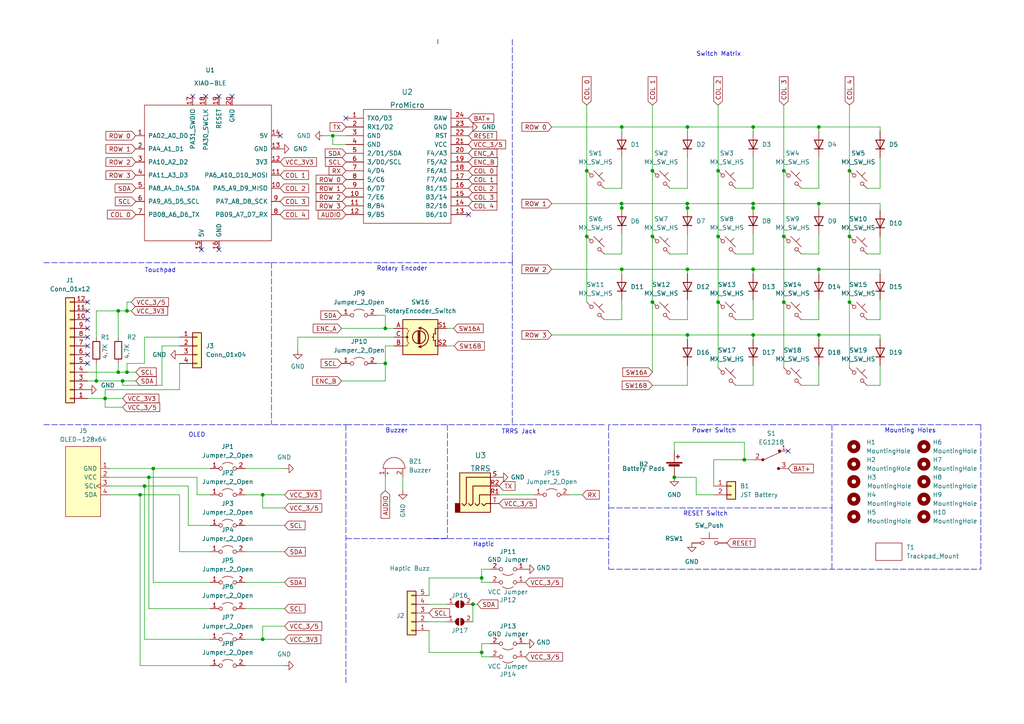
<source format=kicad_sch>
(kicad_sch (version 20211123) (generator eeschema)
  (paper "A4")
  (title_block (title "KLEIN"))
  (junction (at 189.23 87.63))
  (junction (at 44.45 135.89))
  (junction (at 76.2 185.42))
  (junction (at 76.2 143.51))
  (junction (at 237.49 97.155))
  (junction (at 215.9 133.35))
  (junction (at 41.91 140.97))
  (junction (at 180.34 36.83))
  (junction (at 218.44 36.83))
  (junction (at 218.44 78.105))
  (junction (at 180.34 60.325))
  (junction (at 111.76 105.41))
  (junction (at 195.58 138.43))
  (junction (at 43.18 138.43))
  (junction (at 208.28 68.58))
  (junction (at 189.23 49.53))
  (junction (at 199.3383 59.055))
  (junction (at 237.49 36.83))
  (junction (at 30.48 115.57))
  (junction (at 208.28 87.63))
  (junction (at 180.2697 59.055))
  (junction (at 218.44 60.325))
  (junction (at 218.4322 59.055))
  (junction (at 227.33 87.63))
  (junction (at 246.38 49.53))
  (junction (at 40.64 143.51))
  (junction (at 237.49 59.055))
  (junction (at 137.16 175.26))
  (junction (at 199.39 78.105))
  (junction (at 34.29 107.95))
  (junction (at 27.94 110.49))
  (junction (at 246.38 87.63))
  (junction (at 35.56 110.49))
  (junction (at 218.44 97.155))
  (junction (at 111.76 95.25))
  (junction (at 199.39 60.325))
  (junction (at 36.83 107.95))
  (junction (at 227.33 49.53))
  (junction (at 199.39 36.83))
  (junction (at 170.18 68.58))
  (junction (at 189.23 68.58))
  (junction (at 170.18 49.53))
  (junction (at 34.29 90.17))
  (junction (at 246.38 68.58))
  (junction (at 139.7 167.64))
  (junction (at 180.34 78.105))
  (junction (at 208.28 49.53))
  (junction (at 237.49 78.105))
  (junction (at 199.39 97.155))
  (junction (at 139.7 189.23))
  (junction (at 36.83 90.17))
  (junction (at 96.52 39.37))
  (junction (at 227.33 68.58))
  (no_connect (at 55.88 27.94))
  (no_connect (at 81.28 39.37))
  (no_connect (at 100.33 34.29))
  (no_connect (at 228.6 130.81))
  (no_connect (at 59.69 27.94))
  (no_connect (at 58.42 72.39))
  (no_connect (at 67.31 27.94))
  (no_connect (at 25.4 87.63))
  (no_connect (at 25.4 90.17))
  (no_connect (at 25.4 92.71))
  (no_connect (at 25.4 95.25))
  (no_connect (at 25.4 97.79))
  (no_connect (at 25.4 100.33))
  (no_connect (at 25.4 102.87))
  (no_connect (at 25.4 105.41))
  (no_connect (at 135.89 62.23))
  (no_connect (at 63.5 27.94))
  (no_connect (at 63.5 72.39))
  (wire (pts (xy 251.46 73.66) (xy 255.27 73.66)))
  (wire (pts (xy 137.16 175.26) (xy 138.43 175.26)))
  (wire (pts (xy 139.7 168.91) (xy 142.24 168.91)))
  (polyline (pts (xy 12.7 123.19) (xy 100.33 123.19)))
  (wire (pts (xy 46.99 111.76) (xy 46.99 100.33)))
  (polyline (pts (xy 241.3 147.32) (xy 241.3 165.1)))
  (wire (pts (xy 41.91 105.41) (xy 41.91 97.79)))
  (polyline (pts (xy 176.53 147.32) (xy 241.3 147.32)))
  (wire (pts (xy 208.28 49.53) (xy 208.28 68.58)))
  (wire (pts (xy 52.07 113.03) (xy 52.07 105.41)))
  (wire (pts (xy 199.39 78.105) (xy 218.44 78.105)))
  (wire (pts (xy 199.39 86.995) (xy 199.39 92.71)))
  (wire (pts (xy 218.4322 59.055) (xy 237.49 59.055)))
  (wire (pts (xy 82.55 181.61) (xy 76.2 181.61)))
  (wire (pts (xy 180.34 92.71) (xy 180.34 86.995)))
  (wire (pts (xy 237.49 38.1) (xy 237.49 36.83)))
  (wire (pts (xy 71.12 152.4) (xy 82.55 152.4)))
  (wire (pts (xy 71.12 176.53) (xy 82.55 176.53)))
  (wire (pts (xy 180.34 36.83) (xy 180.34 38.1)))
  (wire (pts (xy 38.1 87.63) (xy 36.83 87.63)))
  (wire (pts (xy 218.4322 59.055) (xy 218.4322 60.325)))
  (wire (pts (xy 255.27 54.61) (xy 255.27 45.72)))
  (wire (pts (xy 114.3 97.79) (xy 86.36 97.79)))
  (wire (pts (xy 71.12 193.04) (xy 82.55 193.04)))
  (wire (pts (xy 207.01 143.51) (xy 201.93 143.51)))
  (polyline (pts (xy 78.74 76.2) (xy 148.59 76.2)))
  (wire (pts (xy 71.12 135.89) (xy 82.55 135.89)))
  (wire (pts (xy 30.48 113.03) (xy 30.48 115.57)))
  (wire (pts (xy 27.94 110.49) (xy 35.56 110.49)))
  (wire (pts (xy 199.39 36.83) (xy 218.44 36.83)))
  (wire (pts (xy 251.46 111.76) (xy 255.27 111.76)))
  (wire (pts (xy 43.18 176.53) (xy 60.96 176.53)))
  (wire (pts (xy 124.46 180.34) (xy 129.54 180.34)))
  (wire (pts (xy 255.27 86.995) (xy 255.27 92.71)))
  (wire (pts (xy 99.06 110.49) (xy 111.76 110.49)))
  (wire (pts (xy 246.38 30.48) (xy 246.38 49.53)))
  (wire (pts (xy 36.83 90.17) (xy 34.29 90.17)))
  (wire (pts (xy 170.18 30.48) (xy 170.18 49.53)))
  (wire (pts (xy 232.41 111.76) (xy 237.49 111.76)))
  (wire (pts (xy 35.56 110.49) (xy 39.37 110.49)))
  (polyline (pts (xy 241.3 123.19) (xy 241.3 147.32)))
  (wire (pts (xy 195.58 128.27) (xy 215.9 128.27)))
  (wire (pts (xy 218.44 97.155) (xy 237.49 97.155)))
  (wire (pts (xy 40.64 143.51) (xy 40.64 193.04)))
  (wire (pts (xy 213.36 92.71) (xy 218.44 92.71)))
  (wire (pts (xy 194.31 73.66) (xy 199.39 73.66)))
  (wire (pts (xy 71.12 143.51) (xy 76.2 143.51)))
  (wire (pts (xy 54.61 152.4) (xy 60.96 152.4)))
  (wire (pts (xy 199.39 111.76) (xy 189.23 111.76)))
  (polyline (pts (xy 100.33 156.21) (xy 176.53 156.21)))
  (wire (pts (xy 137.16 175.26) (xy 137.16 180.34)))
  (wire (pts (xy 237.49 73.66) (xy 237.49 67.945)))
  (wire (pts (xy 25.4 115.57) (xy 30.48 115.57)))
  (wire (pts (xy 38.1 90.17) (xy 36.83 90.17)))
  (wire (pts (xy 36.83 87.63) (xy 36.83 90.17)))
  (wire (pts (xy 44.45 135.89) (xy 44.45 168.91)))
  (wire (pts (xy 139.7 189.23) (xy 139.7 190.5)))
  (wire (pts (xy 255.27 97.155) (xy 255.27 98.425)))
  (wire (pts (xy 199.39 54.61) (xy 199.39 45.72)))
  (wire (pts (xy 208.28 87.63) (xy 208.28 106.68)))
  (polyline (pts (xy 148.59 11.43) (xy 148.59 123.19)))
  (polyline (pts (xy 148.59 76.2) (xy 148.59 74.93)))
  (wire (pts (xy 40.64 193.04) (xy 60.96 193.04)))
  (wire (pts (xy 180.2697 59.055) (xy 180.2697 60.325)))
  (wire (pts (xy 27.94 97.79) (xy 27.94 90.17)))
  (wire (pts (xy 111.76 142.294) (xy 111.76 138.4031)))
  (wire (pts (xy 139.7 167.64) (xy 139.7 168.91)))
  (wire (pts (xy 44.45 168.91) (xy 60.96 168.91)))
  (wire (pts (xy 111.76 100.33) (xy 111.76 105.41)))
  (wire (pts (xy 124.46 182.88) (xy 124.46 189.23)))
  (wire (pts (xy 111.76 110.49) (xy 111.76 105.41)))
  (wire (pts (xy 160.02 59.055) (xy 180.2697 59.055)))
  (wire (pts (xy 207.01 133.35) (xy 215.9 133.35)))
  (wire (pts (xy 218.44 92.71) (xy 218.44 86.995)))
  (wire (pts (xy 218.44 78.105) (xy 218.44 79.375)))
  (polyline (pts (xy 129.7733 123.19) (xy 129.7733 156.1809)))
  (wire (pts (xy 124.46 189.23) (xy 139.7 189.23)))
  (wire (pts (xy 93.98 39.37) (xy 96.52 39.37)))
  (wire (pts (xy 199.3383 60.325) (xy 199.39 60.325)))
  (wire (pts (xy 44.45 135.89) (xy 60.96 135.89)))
  (wire (pts (xy 76.2 147.32) (xy 76.2 143.51)))
  (wire (pts (xy 139.7 186.69) (xy 139.7 189.23)))
  (wire (pts (xy 160.02 36.83) (xy 180.34 36.83)))
  (wire (pts (xy 86.36 97.79) (xy 86.36 101.6)))
  (wire (pts (xy 27.94 90.17) (xy 34.29 90.17)))
  (wire (pts (xy 25.4 107.95) (xy 34.29 107.95)))
  (wire (pts (xy 116.84 142.24) (xy 116.84 138.4031)))
  (wire (pts (xy 96.52 41.91) (xy 96.52 39.37)))
  (wire (pts (xy 218.44 38.1) (xy 218.44 36.83)))
  (wire (pts (xy 35.56 111.76) (xy 46.99 111.76)))
  (wire (pts (xy 139.7 165.1) (xy 139.7 167.64)))
  (polyline (pts (xy 100.33 123.19) (xy 100.33 198.12)))
  (wire (pts (xy 213.36 111.76) (xy 218.44 111.76)))
  (wire (pts (xy 57.15 138.43) (xy 57.15 143.51)))
  (wire (pts (xy 124.46 167.64) (xy 139.7 167.64)))
  (wire (pts (xy 31.75 143.51) (xy 40.64 143.51)))
  (wire (pts (xy 207.01 140.97) (xy 207.01 133.35)))
  (wire (pts (xy 43.18 138.43) (xy 57.15 138.43)))
  (wire (pts (xy 41.91 105.41) (xy 36.83 105.41)))
  (wire (pts (xy 31.75 138.43) (xy 43.18 138.43)))
  (wire (pts (xy 111.76 91.44) (xy 111.76 95.25)))
  (wire (pts (xy 35.56 118.11) (xy 30.48 118.11)))
  (wire (pts (xy 237.49 59.055) (xy 237.49 60.325)))
  (wire (pts (xy 36.83 105.41) (xy 36.83 107.95)))
  (wire (pts (xy 35.56 110.49) (xy 35.56 111.76)))
  (wire (pts (xy 100.33 41.91) (xy 96.52 41.91)))
  (wire (pts (xy 180.34 73.66) (xy 180.34 67.945)))
  (wire (pts (xy 237.49 54.61) (xy 237.49 45.72)))
  (wire (pts (xy 36.83 107.95) (xy 39.37 107.95)))
  (wire (pts (xy 208.28 30.48) (xy 208.28 49.53)))
  (wire (pts (xy 175.26 54.61) (xy 180.34 54.61)))
  (wire (pts (xy 255.27 73.66) (xy 255.27 68.58)))
  (wire (pts (xy 218.44 36.83) (xy 237.49 36.83)))
  (wire (pts (xy 34.29 105.41) (xy 34.29 107.95)))
  (wire (pts (xy 255.27 78.105) (xy 255.27 79.375)))
  (polyline (pts (xy 127 11.43) (xy 127 12.7)))
  (polyline (pts (xy 12.7 76.2) (xy 78.74 76.2)))
  (wire (pts (xy 232.41 73.66) (xy 237.49 73.66)))
  (wire (pts (xy 218.4322 60.325) (xy 218.44 60.325)))
  (wire (pts (xy 237.49 36.83) (xy 255.27 36.83)))
  (wire (pts (xy 255.27 111.76) (xy 255.27 106.045)))
  (wire (pts (xy 111.76 105.41) (xy 109.22 105.41)))
  (wire (pts (xy 160.02 78.105) (xy 180.34 78.105)))
  (wire (pts (xy 199.39 97.155) (xy 199.39 98.425)))
  (wire (pts (xy 76.2 143.51) (xy 82.55 143.51)))
  (wire (pts (xy 189.23 49.53) (xy 189.23 68.58)))
  (wire (pts (xy 111.76 95.25) (xy 114.3 95.25)))
  (wire (pts (xy 170.18 68.58) (xy 170.18 87.63)))
  (wire (pts (xy 54.61 140.97) (xy 54.61 152.4)))
  (wire (pts (xy 201.93 143.51) (xy 201.93 138.43)))
  (wire (pts (xy 180.2697 60.325) (xy 180.34 60.325)))
  (polyline (pts (xy 78.74 76.2) (xy 78.74 123.19)))
  (wire (pts (xy 170.18 49.53) (xy 170.18 68.58)))
  (wire (pts (xy 96.52 39.37) (xy 100.33 39.37)))
  (wire (pts (xy 199.39 67.945) (xy 199.39 73.66)))
  (wire (pts (xy 109.22 91.44) (xy 111.76 91.44)))
  (wire (pts (xy 175.26 73.66) (xy 180.34 73.66)))
  (wire (pts (xy 237.49 111.76) (xy 237.49 106.045)))
  (wire (pts (xy 199.39 36.83) (xy 199.39 38.1)))
  (wire (pts (xy 30.48 118.11) (xy 30.48 115.57)))
  (wire (pts (xy 237.49 78.105) (xy 237.49 79.375)))
  (polyline (pts (xy 176.53 123.19) (xy 176.53 165.1)))
  (wire (pts (xy 199.39 97.155) (xy 218.44 97.155)))
  (wire (pts (xy 43.18 138.43) (xy 43.18 176.53)))
  (wire (pts (xy 180.34 78.105) (xy 180.34 79.375)))
  (wire (pts (xy 76.2 185.42) (xy 82.55 185.42)))
  (wire (pts (xy 237.49 97.155) (xy 255.27 97.155)))
  (wire (pts (xy 71.12 160.02) (xy 82.55 160.02)))
  (wire (pts (xy 246.38 68.58) (xy 246.38 87.63)))
  (wire (pts (xy 41.91 185.42) (xy 60.96 185.42)))
  (wire (pts (xy 218.44 73.66) (xy 218.44 67.945)))
  (wire (pts (xy 215.9 133.35) (xy 218.44 133.35)))
  (wire (pts (xy 237.49 59.055) (xy 255.27 59.055)))
  (wire (pts (xy 41.91 140.97) (xy 54.61 140.97)))
  (wire (pts (xy 213.36 73.66) (xy 218.44 73.66)))
  (wire (pts (xy 124.46 175.26) (xy 129.54 175.26)))
  (wire (pts (xy 30.48 113.03) (xy 52.07 113.03)))
  (polyline (pts (xy 175.26 123.19) (xy 100.33 123.19)))
  (wire (pts (xy 160.02 97.155) (xy 199.39 97.155)))
  (wire (pts (xy 180.34 54.61) (xy 180.34 45.72)))
  (wire (pts (xy 237.49 78.105) (xy 255.27 78.105)))
  (wire (pts (xy 218.44 78.105) (xy 237.49 78.105)))
  (wire (pts (xy 255.27 59.055) (xy 255.27 60.96)))
  (polyline (pts (xy 176.53 165.1) (xy 284.48 165.1)))
  (wire (pts (xy 34.29 107.95) (xy 36.83 107.95)))
  (wire (pts (xy 194.31 54.61) (xy 199.39 54.61)))
  (wire (pts (xy 52.07 160.02) (xy 60.96 160.02)))
  (wire (pts (xy 201.93 138.43) (xy 195.58 138.43)))
  (wire (pts (xy 199.39 79.375) (xy 199.39 78.105)))
  (wire (pts (xy 142.24 186.69) (xy 139.7 186.69)))
  (wire (pts (xy 139.7 190.5) (xy 142.24 190.5)))
  (wire (pts (xy 142.24 165.1) (xy 139.7 165.1)))
  (wire (pts (xy 208.28 68.58) (xy 208.28 87.63)))
  (wire (pts (xy 195.58 130.81) (xy 195.58 128.27)))
  (wire (pts (xy 34.29 90.17) (xy 34.29 97.79)))
  (wire (pts (xy 215.9 128.27) (xy 215.9 133.35)))
  (wire (pts (xy 218.44 54.61) (xy 218.44 45.72)))
  (wire (pts (xy 227.33 87.63) (xy 227.33 106.68)))
  (wire (pts (xy 25.4 110.49) (xy 27.94 110.49)))
  (wire (pts (xy 227.33 49.53) (xy 227.33 68.58)))
  (wire (pts (xy 180.34 78.105) (xy 199.39 78.105)))
  (wire (pts (xy 180.34 36.83) (xy 199.39 36.83)))
  (wire (pts (xy 144.78 143.51) (xy 154.94 143.51)))
  (wire (pts (xy 71.12 185.42) (xy 76.2 185.42)))
  (wire (pts (xy 82.55 147.32) (xy 76.2 147.32)))
  (wire (pts (xy 31.75 135.89) (xy 44.45 135.89)))
  (wire (pts (xy 189.23 87.63) (xy 189.23 107.95)))
  (wire (pts (xy 251.46 92.71) (xy 255.27 92.71)))
  (wire (pts (xy 246.38 87.63) (xy 246.38 106.68)))
  (wire (pts (xy 31.75 140.97) (xy 41.91 140.97)))
  (wire (pts (xy 199.3383 59.055) (xy 199.3383 60.325)))
  (wire (pts (xy 194.31 92.71) (xy 199.39 92.71)))
  (wire (pts (xy 237.49 97.155) (xy 237.49 98.425)))
  (wire (pts (xy 246.38 49.53) (xy 246.38 68.58)))
  (wire (pts (xy 227.33 68.58) (xy 227.33 87.63)))
  (wire (pts (xy 189.23 30.48) (xy 189.23 49.53)))
  (wire (pts (xy 232.41 92.71) (xy 237.49 92.71)))
  (polyline (pts (xy 284.48 123.19) (xy 284.48 165.1)))
  (wire (pts (xy 227.33 30.48) (xy 227.33 49.53)))
  (wire (pts (xy 52.07 143.51) (xy 52.07 160.02)))
  (wire (pts (xy 199.3383 59.055) (xy 218.4322 59.055)))
  (wire (pts (xy 175.26 92.71) (xy 180.34 92.71)))
  (wire (pts (xy 189.23 68.58) (xy 189.23 87.63)))
  (wire (pts (xy 131.5645 95.25) (xy 129.54 95.25)))
  (wire (pts (xy 213.36 54.61) (xy 218.44 54.61)))
  (wire (pts (xy 218.44 97.155) (xy 218.44 98.425)))
  (wire (pts (xy 71.12 168.91) (xy 82.55 168.91)))
  (wire (pts (xy 30.48 115.57) (xy 35.56 115.57)))
  (wire (pts (xy 180.2697 59.055) (xy 199.3383 59.055)))
  (wire (pts (xy 40.64 143.51) (xy 52.07 143.51)))
  (wire (pts (xy 165.1 143.51) (xy 168.91 143.51)))
  (wire (pts (xy 199.39 106.045) (xy 199.39 111.76)))
  (wire (pts (xy 218.44 111.76) (xy 218.44 106.045)))
  (wire (pts (xy 232.41 54.61) (xy 237.49 54.61)))
  (wire (pts (xy 46.99 100.33) (xy 52.07 100.33)))
  (wire (pts (xy 255.27 36.83) (xy 255.27 38.1)))
  (wire (pts (xy 27.94 105.41) (xy 27.94 110.49)))
  (wire (pts (xy 251.46 54.61) (xy 255.27 54.61)))
  (wire (pts (xy 41.91 140.97) (xy 41.91 185.42)))
  (wire (pts (xy 129.54 100.33) (xy 131.7189 100.33)))
  (wire (pts (xy 57.15 143.51) (xy 60.96 143.51)))
  (polyline (pts (xy 284.48 123.19) (xy 176.53 123.19)))
  (wire (pts (xy 41.91 97.79) (xy 52.07 97.79)))
  (wire (pts (xy 99.06 95.25) (xy 111.76 95.25)))
  (wire (pts (xy 237.49 92.71) (xy 237.49 86.995)))
  (wire (pts (xy 124.46 172.72) (xy 124.46 167.64)))
  (polyline (pts (xy 129.7733 156.1809) (xy 124.0164 156.2112)))
  (wire (pts (xy 114.3 100.33) (xy 111.76 100.33)))
  (wire (pts (xy 76.2 181.61) (xy 76.2 185.42)))
  (text "Switch Matrix\n" (at 201.93 16.51 0) (effects (font (size 1.27 1.27)) (justify left bottom)))
  (text "OLED\n" (at 54.61 127 0) (effects (font (size 1.27 1.27)) (justify left bottom)))
  (text "Rotary Encoder\n" (at 109.22 78.74 0) (effects (font (size 1.27 1.27)) (justify left bottom)))
  (text "Touchpad\n\n" (at 41.91 81.28 0) (effects (font (size 1.27 1.27)) (justify left bottom)))
  (text "Haptic" (at 137.16 158.75 0) (effects (font (size 1.27 1.27)) (justify left bottom)))
  (text "Power Switch\n" (at 200.66 125.73 0) (effects (font (size 1.27 1.27)) (justify left bottom)))
  (text "Buzzer\n" (at 111.76 125.73 0) (effects (font (size 1.27 1.27)) (justify left bottom)))
  (text "TRRS Jack\n" (at 145.4723 126.0331 0) (effects (font (size 1.27 1.27)) (justify left bottom)))
  (text "RESET Switch\n" (at 198.12 149.86 0) (effects (font (size 1.27 1.27)) (justify left bottom)))
  (text "Mounting Holes" (at 256.54 125.73 0) (effects (font (size 1.27 1.27)) (justify left bottom)))
  (global_label "SCL" (shape input) (at 82.55 176.53 0) (property "Intersheet References" "${INTERSHEET_REFS}" (effects hide)))
  (global_label "COL 0" (shape input) (at 135.89 49.53 0) (property "Intersheet References" "${INTERSHEET_REFS}" (effects hide)))
  (global_label "VCC_3{slash}5" (shape input) (at 82.55 147.32 0) (property "Intersheet References" "${INTERSHEET_REFS}" (effects hide)))
  (global_label "TX" (shape input) (at 144.78 140.97 0) (property "Intersheet References" "${INTERSHEET_REFS}" (effects hide)))
  (global_label "SCL" (shape input) (at 39.37 58.42 180) (property "Intersheet References" "${INTERSHEET_REFS}" (effects hide)))
  (global_label "ENC_A" (shape input) (at 99.06 95.25 180) (property "Intersheet References" "${INTERSHEET_REFS}" (effects hide)))
  (global_label "SCL" (shape input) (at 99.06 105.41 180) (property "Intersheet References" "${INTERSHEET_REFS}" (effects hide)))
  (global_label "AUDIO" (shape input) (at 111.76 142.294 270) (property "Intersheet References" "${INTERSHEET_REFS}" (effects hide)))
  (global_label "SW16A" (shape input) (at 189.23 107.95 180) (property "Intersheet References" "${INTERSHEET_REFS}" (effects hide)))
  (global_label "COL 4" (shape input) (at 246.38 30.48 90) (property "Intersheet References" "${INTERSHEET_REFS}" (effects hide)))
  (global_label "COL 2" (shape input) (at 81.28 54.61 0) (property "Intersheet References" "${INTERSHEET_REFS}" (effects hide)))
  (global_label "ROW 2" (shape input) (at 39.37 46.99 180) (property "Intersheet References" "${INTERSHEET_REFS}" (effects hide)))
  (global_label "ROW 3" (shape input) (at 160.02 97.155 180) (property "Intersheet References" "${INTERSHEET_REFS}" (effects hide)))
  (global_label "VCC_3V3" (shape input) (at 35.56 115.57 0) (property "Intersheet References" "${INTERSHEET_REFS}" (effects hide)))
  (global_label "ENC_B" (shape input) (at 99.06 110.49 180) (property "Intersheet References" "${INTERSHEET_REFS}" (effects hide)))
  (global_label "VCC_3{slash}5" (shape input) (at 35.56 118.11 0) (property "Intersheet References" "${INTERSHEET_REFS}" (effects hide)))
  (global_label "SCL" (shape input) (at 39.37 107.95 0) (property "Intersheet References" "${INTERSHEET_REFS}" (effects hide)))
  (global_label "ROW 1" (shape input) (at 39.37 43.18 180) (property "Intersheet References" "${INTERSHEET_REFS}" (effects hide)))
  (global_label "SCL" (shape input) (at 82.55 152.4 0) (property "Intersheet References" "${INTERSHEET_REFS}" (effects hide)))
  (global_label "ROW 2" (shape input) (at 160.02 78.105 180) (property "Intersheet References" "${INTERSHEET_REFS}" (effects hide)))
  (global_label "VCC_3V3" (shape input) (at 38.1 90.17 0) (property "Intersheet References" "${INTERSHEET_REFS}" (effects hide)))
  (global_label "BAT+" (shape input) (at 135.89 34.29 0) (property "Intersheet References" "${INTERSHEET_REFS}" (effects hide)))
  (global_label "VCC_3V3" (shape input) (at 81.28 46.99 0) (property "Intersheet References" "${INTERSHEET_REFS}" (effects hide)))
  (global_label "SW16B" (shape input) (at 189.23 111.76 180) (property "Intersheet References" "${INTERSHEET_REFS}" (effects hide)))
  (global_label "RESET" (shape input) (at 210.82 157.48 0) (property "Intersheet References" "${INTERSHEET_REFS}" (effects hide)))
  (global_label "VCC_3V3" (shape input) (at 82.55 185.42 0) (property "Intersheet References" "${INTERSHEET_REFS}" (effects hide)))
  (global_label "RX" (shape input) (at 100.33 49.53 180) (property "Intersheet References" "${INTERSHEET_REFS}" (effects hide)))
  (global_label "ROW 0" (shape input) (at 39.37 39.37 180) (property "Intersheet References" "${INTERSHEET_REFS}" (effects hide)))
  (global_label "SDA" (shape input) (at 99.06 91.44 180) (property "Intersheet References" "${INTERSHEET_REFS}" (effects hide)))
  (global_label "ROW 0" (shape input) (at 100.33 52.07 180) (property "Intersheet References" "${INTERSHEET_REFS}" (effects hide)))
  (global_label "COL 3" (shape input) (at 135.89 57.15 0) (property "Intersheet References" "${INTERSHEET_REFS}" (effects hide)))
  (global_label "SW16A" (shape input) (at 131.5645 95.25 0) (property "Intersheet References" "${INTERSHEET_REFS}" (effects hide)))
  (global_label "ROW 0" (shape input) (at 160.02 36.83 180) (property "Intersheet References" "${INTERSHEET_REFS}" (effects hide)))
  (global_label "SW16B" (shape input) (at 131.7189 100.33 0) (property "Intersheet References" "${INTERSHEET_REFS}" (effects hide)))
  (global_label "SCL" (shape input) (at 124.46 177.8 0) (property "Intersheet References" "${INTERSHEET_REFS}" (effects hide)))
  (global_label "COL 1" (shape input) (at 81.28 50.8 0) (property "Intersheet References" "${INTERSHEET_REFS}" (effects hide)))
  (global_label "SDA" (shape input) (at 82.55 160.02 0) (property "Intersheet References" "${INTERSHEET_REFS}" (effects hide)))
  (global_label "VCC_3{slash}5" (shape input) (at 144.78 146.05 0) (property "Intersheet References" "${INTERSHEET_REFS}" (effects hide)))
  (global_label "ENC_A" (shape input) (at 135.89 44.45 0) (property "Intersheet References" "${INTERSHEET_REFS}" (effects hide)))
  (global_label "RX" (shape input) (at 168.91 143.51 0) (property "Intersheet References" "${INTERSHEET_REFS}" (effects hide)))
  (global_label "VCC_3{slash}5" (shape input) (at 135.89 41.91 0) (property "Intersheet References" "${INTERSHEET_REFS}" (effects hide)))
  (global_label "ROW 1" (shape input) (at 160.02 59.055 180) (property "Intersheet References" "${INTERSHEET_REFS}" (effects hide)))
  (global_label "SCL" (shape input) (at 100.33 46.99 180) (property "Intersheet References" "${INTERSHEET_REFS}" (effects hide)))
  (global_label "COL 0" (shape input) (at 39.37 62.23 180) (property "Intersheet References" "${INTERSHEET_REFS}" (effects hide)))
  (global_label "ROW 3" (shape input) (at 100.33 59.69 180) (property "Intersheet References" "${INTERSHEET_REFS}" (effects hide)))
  (global_label "BAT+" (shape input) (at 228.6 135.89 0) (property "Intersheet References" "${INTERSHEET_REFS}" (effects hide)))
  (global_label "SDA" (shape input) (at 100.33 44.45 180) (property "Intersheet References" "${INTERSHEET_REFS}" (effects hide)))
  (global_label "VCC_3{slash}5" (shape input) (at 152.4 190.5 0) (property "Intersheet References" "${INTERSHEET_REFS}" (effects hide)))
  (global_label "ROW 1" (shape input) (at 100.33 54.61 180) (property "Intersheet References" "${INTERSHEET_REFS}" (effects hide)))
  (global_label "COL 1" (shape input) (at 135.89 52.07 0) (property "Intersheet References" "${INTERSHEET_REFS}" (effects hide)))
  (global_label "SDA" (shape input) (at 39.37 110.49 0) (property "Intersheet References" "${INTERSHEET_REFS}" (effects hide)))
  (global_label "COL 0" (shape input) (at 170.18 30.48 90) (property "Intersheet References" "${INTERSHEET_REFS}" (effects hide)))
  (global_label "COL 4" (shape input) (at 135.89 59.69 0) (property "Intersheet References" "${INTERSHEET_REFS}" (effects hide)))
  (global_label "TX" (shape input) (at 100.33 36.83 180) (property "Intersheet References" "${INTERSHEET_REFS}" (effects hide)))
  (global_label "SDA" (shape input) (at 138.43 175.26 0) (property "Intersheet References" "${INTERSHEET_REFS}" (effects hide)))
  (global_label "AUDIO" (shape input) (at 100.33 62.23 180) (property "Intersheet References" "${INTERSHEET_REFS}" (effects hide)))
  (global_label "VCC_3{slash}5" (shape input) (at 82.55 181.61 0) (property "Intersheet References" "${INTERSHEET_REFS}" (effects hide)))
  (global_label "VCC_3V3" (shape input) (at 82.55 143.51 0) (property "Intersheet References" "${INTERSHEET_REFS}" (effects hide)))
  (global_label "COL 2" (shape input) (at 208.28 30.48 90) (property "Intersheet References" "${INTERSHEET_REFS}" (effects hide)))
  (global_label "ROW 2" (shape input) (at 100.33 57.15 180) (property "Intersheet References" "${INTERSHEET_REFS}" (effects hide)))
  (global_label "COL 4" (shape input) (at 81.28 62.23 0) (property "Intersheet References" "${INTERSHEET_REFS}" (effects hide)))
  (global_label "COL 2" (shape input) (at 135.89 54.61 0) (property "Intersheet References" "${INTERSHEET_REFS}" (effects hide)))
  (global_label "VCC_3{slash}5" (shape input) (at 152.4 168.91 0) (property "Intersheet References" "${INTERSHEET_REFS}" (effects hide)))
  (global_label "COL 3" (shape input) (at 81.28 58.42 0) (property "Intersheet References" "${INTERSHEET_REFS}" (effects hide)))
  (global_label "VCC_3{slash}5" (shape input) (at 38.1 87.63 0) (property "Intersheet References" "${INTERSHEET_REFS}" (effects hide)))
  (global_label "ENC_B" (shape input) (at 135.89 46.99 0) (property "Intersheet References" "${INTERSHEET_REFS}" (effects hide)))
  (global_label "SDA" (shape input) (at 82.55 168.91 0) (property "Intersheet References" "${INTERSHEET_REFS}" (effects hide)))
  (global_label "COL 1" (shape input) (at 189.23 30.48 90) (property "Intersheet References" "${INTERSHEET_REFS}" (effects hide)))
  (global_label "COL 3" (shape input) (at 227.33 30.48 90) (property "Intersheet References" "${INTERSHEET_REFS}" (effects hide)))
  (global_label "RESET" (shape input) (at 135.89 39.37 0) (property "Intersheet References" "${INTERSHEET_REFS}" (effects hide)))
  (global_label "SDA" (shape input) (at 39.37 54.61 180) (property "Intersheet References" "${INTERSHEET_REFS}" (effects hide)))
  (global_label "ROW 3" (shape input) (at 39.37 50.8 180) (property "Intersheet References" "${INTERSHEET_REFS}" (effects hide)))
  (symbol (lib_id "Mechanical:MountingHole") (at 267.97 144.78 0) (unit 1)
    (property "Reference" "H9" (at 270.51 143.5099 0) (effects (justify left)))
    (property "Value" "MountingHole" (at 270.51 146.0499 0) (effects (justify left)))
    (property "Footprint" "MountingHole:MountingHole_2.2mm_M2_ISO7380_Pad" (effects hide))
  )
  (symbol (lib_id "Jumper:Jumper_2_Open") (at 66.04 143.51 0) (unit 1)
    (property "Reference" "JP2" (at 66.04 137.16 0))
    (property "Value" "Jumper_2_Open" (at 66.04 139.7 0))
    (property "Footprint" "Jumper:SolderJumper-2_P1.3mm_Open_RoundedPad1.0x1.5mm" (effects hide))
  )
  (symbol (lib_id "kbd:ProMicro") (at 118.11 48.26 0) (unit 1) (in_bom no)
    (property "Reference" "U2" (at 118.11 26.67 0) (effects (font (size 1.524 1.524))))
    (property "Value" "ProMicro" (at 118.11 30.48 0) (effects (font (size 1.524 1.524))))
    (property "Footprint" "Lily58-footprint:ProMicro_rev2" (effects hide))
  )
  (symbol (lib_id "Jumper:Jumper_2_Open") (at 147.32 190.5 180) (unit 1)
    (property "Reference" "JP14" (at 147.32 195.5842 0))
    (property "Value" "VCC Jumper" (at 147.32 193.2855 0))
    (property "Footprint" "Jumper:SolderJumper-2_P1.3mm_Open_Pad1.0x1.5mm" (effects hide))
  )
  (symbol (lib_id "Mechanical:MountingHole") (at 247.65 129.54 0) (unit 1)
    (property "Reference" "H1" (at 251.2282 128.2699 0) (effects (justify left)))
    (property "Value" "MountingHole" (at 251.2282 130.8099 0) (effects (justify left)))
    (property "Footprint" "MountingHole:MountingHole_3.2mm_M3_ISO7380_Pad" (effects hide))
  )
  (symbol (lib_id "power:GND") (at 200.66 157.48 0) (unit 1)
    (property "Reference" "#PWR0110" (effects hide))
    (property "Value" "GND" (at 200.66 162.9116 0))
  )
  (symbol (lib_id "power:GND") (at 93.98 39.37 270) (unit 1)
    (property "Reference" "#PWR0105" (effects hide))
    (property "Value" "GND" (at 90.17 39.3701 90) (effects (justify right)))
  )
  (symbol (lib_id "dk_Slide-Switches:EG1218") (at 223.52 133.35 0) (unit 1)
    (property "Reference" "S1" (at 223.7232 125.73 0))
    (property "Value" "EG1218" (at 223.7232 128.27 0))
    (property "Footprint" "SSAJ110100:RevSlideSwitch" (effects hide))
    (property "Datasheet" "http://spec_sheets.e-switch.com/specs/P040040.pdf" (effects hide))
    (property "Digi-Key_PN" "EG1903-ND" (effects hide))
    (property "MPN" "EG1218" (effects hide))
    (property "Category" "Switches" (effects hide))
    (property "Family" "Slide Switches" (effects hide))
    (property "DK_Datasheet_Link" "http://spec_sheets.e-switch.com/specs/P040040.pdf" (effects hide))
    (property "DK_Detail_Page" "/product-detail/en/e-switch/EG1218/EG1903-ND/101726" (effects hide))
    (property "Description" "SWITCH SLIDE SPDT 200MA 30V" (effects hide))
    (property "Manufacturer" "E-Switch" (effects hide))
    (property "Status" "Active" (effects hide))
  )
  (symbol (lib_id "Switch:SW_Push") (at 205.74 157.48 0) (unit 1)
    (property "Reference" "RSW1" (at 195.58 156.21 0))
    (property "Value" "SW_Push" (at 205.74 152.4 0))
    (property "Footprint" "KLOR:SW_Push_1P1T-MP_NO_Horizontal_Alps_SKRTLAE010_both_sides" (effects hide))
  )
  (symbol (lib_id "marbastlib-mx:MX_SW_HS") (at 210.82 71.12 0) (unit 1)
    (property "Reference" "SW8" (at 210.82 63.5 0))
    (property "Value" "MX_SW_HS" (at 210.82 66.04 0))
    (property "Footprint" "Lily58_Pro-footprint:MX_Choc_Hotswap_Mod" (effects hide))
  )
  (symbol (lib_id "marbastlib-mx:MX_SW_HS") (at 191.77 90.17 0) (unit 1)
    (property "Reference" "SW12" (at 191.77 82.55 0))
    (property "Value" "MX_SW_HS" (at 191.77 85.09 0))
    (property "Footprint" "Lily58_Pro-footprint:MX_Choc_Hotswap_Mod" (effects hide))
  )
  (symbol (lib_id "Device:RotaryEncoder_Switch") (at 121.92 97.79 0) (unit 1)
    (property "Reference" "SW16" (at 121.92 87.63 0))
    (property "Value" "RotaryEncoder_Switch" (at 121.92 90.17 0))
    (property "Footprint" "reversible-kicad-footprints:MX-1U-EC11_Switch" (effects hide))
  )
  (symbol (lib_id "Connector_Generic:Conn_01x12") (at 20.32 102.87 180) (unit 1)
    (property "Reference" "J1" (at 20.32 81.28 0))
    (property "Value" "Conn_01x12" (at 20.32 83.82 0))
    (property "Footprint" "Connector_FFC-FPC:Hirose_FH12-12S-0.5SH_1x12-1MP_P0.50mm_Horizontal" (effects hide))
  )
  (symbol (lib_id "Diode:1N4148") (at 237.49 41.91 90) (unit 1)
    (property "Reference" "D4" (at 240.03 41.9099 90) (effects (justify right)))
    (property "Value" "DIODE" (effects hide))
    (property "Footprint" "kbd:D3_TH_SMD" (effects hide))
    (property "Datasheet" "https://assets.nexperia.com/documents/data-sheet/1N4148_1N4448.pdf" (effects hide))
    (property "Spice_Netlist_Enabled" "Y" (effects hide))
    (property "Spice_Primitive" "D" (effects hide))
  )
  (symbol (lib_id "marbastlib-mx:MX_SW_HS") (at 248.92 52.07 0) (unit 1)
    (property "Reference" "SW5" (at 248.92 44.45 0))
    (property "Value" "MX_SW_HS" (at 248.92 46.99 0))
    (property "Footprint" "Lily58_Pro-footprint:MX_Choc_Hotswap_Mod" (effects hide))
  )
  (symbol (lib_id "Diode:1N4148") (at 255.27 64.77 90) (unit 1)
    (property "Reference" "D10" (at 257.81 64.7699 90) (effects (justify right)))
    (property "Value" "DIODE" (effects hide))
    (property "Footprint" "kbd:D3_TH_SMD" (effects hide))
    (property "Datasheet" "https://assets.nexperia.com/documents/data-sheet/1N4148_1N4448.pdf" (effects hide))
    (property "Spice_Netlist_Enabled" "Y" (effects hide))
    (property "Spice_Primitive" "D" (effects hide))
  )
  (symbol (lib_id "Jumper:Jumper_2_Open") (at 66.04 193.04 0) (unit 1)
    (property "Reference" "JP8" (at 66.04 186.69 0))
    (property "Value" "Jumper_2_Open" (at 66.04 189.23 0))
    (property "Footprint" "Jumper:SolderJumper-2_P1.3mm_Open_RoundedPad1.0x1.5mm" (effects hide))
  )
  (symbol (lib_id "Diode:1N4148") (at 218.44 64.135 90) (unit 1)
    (property "Reference" "D8" (at 220.98 64.1349 90) (effects (justify right)))
    (property "Value" "DIODE" (effects hide))
    (property "Footprint" "kbd:D3_TH_SMD" (effects hide))
    (property "Datasheet" "https://assets.nexperia.com/documents/data-sheet/1N4148_1N4448.pdf" (effects hide))
    (property "Spice_Netlist_Enabled" "Y" (effects hide))
    (property "Spice_Primitive" "D" (effects hide))
  )
  (symbol (lib_id "power:GND") (at 82.55 193.04 90) (unit 1)
    (property "Reference" "#PWR01" (effects hide))
    (property "Value" "GND" (at 84.4554 189.7559 90) (effects (justify left)))
  )
  (symbol (lib_id "marbastlib-mx:MX_SW_HS") (at 210.82 90.17 0) (unit 1)
    (property "Reference" "SW13" (at 210.82 82.55 0))
    (property "Value" "MX_SW_HS" (at 210.82 85.09 0))
    (property "Footprint" "Lily58_Pro-footprint:MX_Choc_Hotswap_Mod" (effects hide))
  )
  (symbol (lib_id "marbastlib-mx:MX_SW_HS") (at 210.82 109.22 0) (unit 1)
    (property "Reference" "SW17" (at 210.82 101.6 0))
    (property "Value" "MX_SW_HS" (at 210.82 104.14 0))
    (property "Footprint" "Lily58_Pro-footprint:MX_Choc_Hotswap_Mod" (effects hide))
  )
  (symbol (lib_id "Mechanical:MountingHole") (at 247.65 134.62 0) (unit 1)
    (property "Reference" "H2" (at 251.2913 133.3499 0) (effects (justify left)))
    (property "Value" "MountingHole" (at 251.2913 135.8899 0) (effects (justify left)))
    (property "Footprint" "MountingHole:MountingHole_3.2mm_M3_ISO7380_Pad" (effects hide))
  )
  (symbol (lib_id "power:GND") (at 195.58 138.43 0) (unit 1)
    (property "Reference" "#PWR0111" (effects hide))
    (property "Value" "GND" (at 195.58 143.51 0))
  )
  (symbol (lib_id "Diode:1N4148") (at 180.34 64.135 90) (unit 1)
    (property "Reference" "D6" (at 182.88 64.1349 90) (effects (justify right)))
    (property "Value" "DIODE" (effects hide))
    (property "Footprint" "kbd:D3_TH_SMD" (effects hide))
    (property "Datasheet" "https://assets.nexperia.com/documents/data-sheet/1N4148_1N4448.pdf" (effects hide))
    (property "Spice_Netlist_Enabled" "Y" (effects hide))
    (property "Spice_Primitive" "D" (effects hide))
  )
  (symbol (lib_id "power:GND") (at 152.4 165.1 90) (unit 1)
    (property "Reference" "#PWR02" (effects hide))
    (property "Value" "GND" (at 155.575 164.7115 90) (effects (justify right)))
  )
  (symbol (lib_id "kbrev-kicad-symbols:Trackpad_Mount") (at 257.81 163.83 0) (unit 1)
    (property "Reference" "T1" (at 262.89 158.7499 0) (effects (justify left)))
    (property "Value" "Trackpad_Mount" (at 262.89 161.2899 0) (effects (justify left)))
    (property "Footprint" "reversible-kicad-footprints:Trackpad Mount" (effects hide))
  )
  (symbol (lib_id "power:GND") (at 25.4 113.03 90) (unit 1)
    (property "Reference" "#PWR05" (effects hide))
    (property "Value" "GND" (at 29.21 111.76 90) (effects (justify right)))
  )
  (symbol (lib_id "Diode:1N4148") (at 255.27 41.91 90) (unit 1)
    (property "Reference" "D5" (at 257.81 41.9099 90) (effects (justify right)))
    (property "Value" "DIODE" (effects hide))
    (property "Footprint" "kbd:D3_TH_SMD" (effects hide))
    (property "Datasheet" "https://assets.nexperia.com/documents/data-sheet/1N4148_1N4448.pdf" (effects hide))
    (property "Spice_Netlist_Enabled" "Y" (effects hide))
    (property "Spice_Primitive" "D" (effects hide))
  )
  (symbol (lib_id "Mechanical:MountingHole") (at 267.97 149.86 0) (unit 1)
    (property "Reference" "H10" (at 270.51 148.5899 0) (effects (justify left)))
    (property "Value" "MountingHole" (at 270.51 151.1299 0) (effects (justify left)))
    (property "Footprint" "MountingHole:MountingHole_2.2mm_M2_ISO7380_Pad" (effects hide))
  )
  (symbol (lib_id "marbastlib-mx:MX_SW_HS") (at 229.87 71.12 0) (unit 1)
    (property "Reference" "SW9" (at 229.87 63.5 0))
    (property "Value" "MX_SW_HS" (at 229.87 66.04 0))
    (property "Footprint" "Lily58_Pro-footprint:MX_Choc_Hotswap_Mod" (effects hide))
  )
  (symbol (lib_id "Diode:1N4148") (at 255.27 83.185 90) (unit 1)
    (property "Reference" "D15" (at 257.81 83.1849 90) (effects (justify right)))
    (property "Value" "DIODE" (effects hide))
    (property "Footprint" "kbd:D3_TH_SMD" (effects hide))
    (property "Datasheet" "https://assets.nexperia.com/documents/data-sheet/1N4148_1N4448.pdf" (effects hide))
    (property "Spice_Netlist_Enabled" "Y" (effects hide))
    (property "Spice_Primitive" "D" (effects hide))
  )
  (symbol (lib_id "Diode:1N4148") (at 199.39 83.185 90) (unit 1)
    (property "Reference" "D12" (at 201.93 83.1849 90) (effects (justify right)))
    (property "Value" "DIODE" (effects hide))
    (property "Footprint" "kbd:D3_TH_SMD" (effects hide))
    (property "Datasheet" "https://assets.nexperia.com/documents/data-sheet/1N4148_1N4448.pdf" (effects hide))
    (property "Spice_Netlist_Enabled" "Y" (effects hide))
    (property "Spice_Primitive" "D" (effects hide))
  )
  (symbol (lib_id "Mechanical:MountingHole") (at 247.65 144.78 0) (unit 1)
    (property "Reference" "H4" (at 251.4086 143.5099 0) (effects (justify left)))
    (property "Value" "MountingHole" (at 251.4086 146.0499 0) (effects (justify left)))
    (property "Footprint" "MountingHole:MountingHole_3.2mm_M3_ISO7380_Pad" (effects hide))
  )
  (symbol (lib_id "Jumper:Jumper_2_Open") (at 147.32 165.1 180) (unit 1)
    (property "Reference" "JP11" (at 147.32 160.0242 0))
    (property "Value" "GND Jumper" (at 147.32 162.2975 0))
    (property "Footprint" "Jumper:SolderJumper-2_P1.3mm_Open_Pad1.0x1.5mm" (effects hide))
  )
  (symbol (lib_id "Jumper:Jumper_2_Open") (at 147.32 186.69 180) (unit 1)
    (property "Reference" "JP13" (at 147.32 181.6142 0))
    (property "Value" "GND Jumper" (at 147.32 183.8875 0))
    (property "Footprint" "Jumper:SolderJumper-2_P1.3mm_Open_Pad1.0x1.5mm" (effects hide))
  )
  (symbol (lib_id "power:GND") (at 52.07 102.87 270) (unit 1)
    (property "Reference" "#PWR03" (effects hide))
    (property "Value" "GND" (at 48.26 102.8699 90) (effects (justify right)))
  )
  (symbol (lib_id "marbastlib-mx:MX_SW_HS") (at 172.72 71.12 0) (unit 1)
    (property "Reference" "SW6" (at 172.72 63.5 0))
    (property "Value" "MX_SW_HS" (at 172.72 66.04 0))
    (property "Footprint" "Lily58_Pro-footprint:MX_Choc_Hotswap_Mod" (effects hide))
  )
  (symbol (lib_id "marbastlib-mx:MX_SW_HS") (at 248.92 90.17 0) (unit 1)
    (property "Reference" "SW15" (at 248.92 82.55 0))
    (property "Value" "MX_SW_HS" (at 248.92 85.09 0))
    (property "Footprint" "Lily58_Pro-footprint:MX_Choc_Hotswap_Mod" (effects hide))
  )
  (symbol (lib_id "marbastlib-mx:MX_SW_HS") (at 191.77 52.07 0) (unit 1)
    (property "Reference" "SW2" (at 191.77 44.45 0))
    (property "Value" "MX_SW_HS" (at 191.77 46.99 0))
    (property "Footprint" "Lily58_Pro-footprint:MX_Choc_Hotswap_Mod" (effects hide))
  )
  (symbol (lib_id "power:GND") (at 81.28 43.18 90) (unit 1)
    (property "Reference" "#PWR0101" (effects hide))
    (property "Value" "GND" (at 85.09 43.1799 90) (effects (justify right)))
  )
  (symbol (lib_id "Device:R") (at 27.94 101.6 0) (unit 1)
    (property "Reference" "R1" (at 29.21 97.79 0) (effects (justify left)))
    (property "Value" "4.7K" (at 30.48 104.14 90) (effects (justify left)))
    (property "Footprint" "Lily58-footprint:RESISTOR" (effects hide))
  )
  (symbol (lib_id "power:GND") (at 135.89 36.83 90) (unit 1)
    (property "Reference" "#PWR0104" (effects hide))
    (property "Value" "GND" (at 139.7 36.8299 90) (effects (justify right)))
  )
  (symbol (lib_id "Diode:1N4148") (at 199.39 102.235 90) (unit 1)
    (property "Reference" "D16" (at 201.93 102.2349 90) (effects (justify right)))
    (property "Value" "DIODE" (effects hide))
    (property "Footprint" "kbd:D3_TH_SMD" (effects hide))
    (property "Datasheet" "https://assets.nexperia.com/documents/data-sheet/1N4148_1N4448.pdf" (effects hide))
    (property "Spice_Netlist_Enabled" "Y" (effects hide))
    (property "Spice_Primitive" "D" (effects hide))
  )
  (symbol (lib_id "Diode:1N4148") (at 199.39 41.91 90) (unit 1)
    (property "Reference" "D2" (at 201.93 41.9099 90) (effects (justify right)))
    (property "Value" "DIODE" (effects hide))
    (property "Footprint" "kbd:D3_TH_SMD" (effects hide))
    (property "Datasheet" "https://assets.nexperia.com/documents/data-sheet/1N4148_1N4448.pdf" (effects hide))
    (property "Spice_Netlist_Enabled" "Y" (effects hide))
    (property "Spice_Primitive" "D" (effects hide))
  )
  (symbol (lib_id "Diode:1N4148") (at 218.44 83.185 90) (unit 1)
    (property "Reference" "D13" (at 220.98 83.1849 90) (effects (justify right)))
    (property "Value" "DIODE" (effects hide))
    (property "Footprint" "kbd:D3_TH_SMD" (effects hide))
    (property "Datasheet" "https://assets.nexperia.com/documents/data-sheet/1N4148_1N4448.pdf" (effects hide))
    (property "Spice_Netlist_Enabled" "Y" (effects hide))
    (property "Spice_Primitive" "D" (effects hide))
  )
  (symbol (lib_id "marbastlib-mx:MX_SW_HS") (at 229.87 109.22 0) (unit 1)
    (property "Reference" "SW18" (at 229.87 101.6 0))
    (property "Value" "MX_SW_HS" (at 229.87 104.14 0))
    (property "Footprint" "Lily58_Pro-footprint:MX_Choc_Hotswap_Mod" (effects hide))
  )
  (symbol (lib_id "Connector_Generic:Conn_01x05") (at 119.38 177.8 180) (unit 1)
    (property "Reference" "J2" (at 117.3479 178.5609 0) (effects (justify left)))
    (property "Value" "Haptic Buzz" (at 124.714 164.846 0) (effects (justify left)))
    (property "Footprint" "KLOR:Pimoroni Haptic Buzz DRV2605L Driver" (effects hide))
  )
  (symbol (lib_id "Diode:1N4148") (at 218.44 41.91 90) (unit 1)
    (property "Reference" "D3" (at 220.98 41.9099 90) (effects (justify right)))
    (property "Value" "DIODE" (effects hide))
    (property "Footprint" "kbd:D3_TH_SMD" (effects hide))
    (property "Datasheet" "https://assets.nexperia.com/documents/data-sheet/1N4148_1N4448.pdf" (effects hide))
    (property "Spice_Netlist_Enabled" "Y" (effects hide))
    (property "Spice_Primitive" "D" (effects hide))
  )
  (symbol (lib_id "Jumper:Jumper_2_Open") (at 147.32 168.91 180) (unit 1)
    (property "Reference" "JP12" (at 147.32 173.9942 0))
    (property "Value" "VCC Jumper" (at 147.32 171.6955 0))
    (property "Footprint" "Jumper:SolderJumper-2_P1.3mm_Open_Pad1.0x1.5mm" (effects hide))
  )
  (symbol (lib_id "Diode:1N4148") (at 237.49 83.185 90) (unit 1)
    (property "Reference" "D14" (at 240.03 83.1849 90) (effects (justify right)))
    (property "Value" "DIODE" (effects hide))
    (property "Footprint" "kbd:D3_TH_SMD" (effects hide))
    (property "Datasheet" "https://assets.nexperia.com/documents/data-sheet/1N4148_1N4448.pdf" (effects hide))
    (property "Spice_Netlist_Enabled" "Y" (effects hide))
    (property "Spice_Primitive" "D" (effects hide))
  )
  (symbol (lib_id "Device:Buzzer") (at 114.3 135.8631 90) (unit 1)
    (property "Reference" "BZ1" (at 118.5479 133.831 90) (effects (justify right)))
    (property "Value" "Buzzer" (at 118.5479 136.371 90) (effects (justify right)))
    (property "Footprint" "KLOR:Buzzer_Mallory_AST1109MLTRQ_reversible" (effects hide))
  )
  (symbol (lib_id "marbastlib-mx:MX_SW_HS") (at 248.92 109.22 0) (unit 1)
    (property "Reference" "SW19" (at 248.92 101.6 0))
    (property "Value" "MX_SW_HS" (at 248.92 104.14 0))
    (property "Footprint" "Lily58_Pro-footprint:MX_Choc_Hotswap_Mod" (effects hide))
  )
  (symbol (lib_id "marbastlib-mx:MX_SW_HS") (at 248.92 71.12 0) (unit 1)
    (property "Reference" "SW10" (at 248.92 63.5 0))
    (property "Value" "MX_SW_HS" (at 248.92 66.04 0))
    (property "Footprint" "Lily58_Pro-footprint:MX_Choc_Hotswap_Mod" (effects hide))
  )
  (symbol (lib_id "marbastlib-mx:MX_SW_HS") (at 229.87 90.17 0) (unit 1)
    (property "Reference" "SW14" (at 229.87 82.55 0))
    (property "Value" "MX_SW_HS" (at 229.87 85.09 0))
    (property "Footprint" "Lily58_Pro-footprint:MX_Choc_Hotswap_Mod" (effects hide))
  )
  (symbol (lib_id "display:OLED-128x64") (at 29.21 139.7 270) (unit 1)
    (property "Reference" "J5" (at 24.13 124.9264 90))
    (property "Value" "OLED-128x64" (at 24.13 127.4664 90))
    (property "Footprint" "display:OLED-128x64" (effects hide))
  )
  (symbol (lib_id "power:GND") (at 86.36 101.6 0) (unit 1)
    (property "Reference" "#PWR0102" (effects hide))
    (property "Value" "GND" (at 86.36 106.2912 0))
  )
  (symbol (lib_id "Diode:1N4148") (at 237.49 102.235 90) (unit 1)
    (property "Reference" "D18" (at 240.03 102.2349 90) (effects (justify right)))
    (property "Value" "DIODE" (effects hide))
    (property "Footprint" "kbd:D3_TH_SMD" (effects hide))
    (property "Datasheet" "https://assets.nexperia.com/documents/data-sheet/1N4148_1N4448.pdf" (effects hide))
    (property "Spice_Netlist_Enabled" "Y" (effects hide))
    (property "Spice_Primitive" "D" (effects hide))
  )
  (symbol (lib_id "Jumper:Jumper_2_Open") (at 160.02 143.51 0) (unit 1)
    (property "Reference" "JP15" (at 160.02 137.16 0))
    (property "Value" "Jumper_2_Open" (at 160.02 139.7 0))
    (property "Footprint" "Jumper:SolderJumper-2_P1.3mm_Open_RoundedPad1.0x1.5mm" (effects hide))
  )
  (symbol (lib_id "Jumper:Jumper_2_Open") (at 66.04 152.4 0) (unit 1)
    (property "Reference" "JP3" (at 66.04 146.05 0))
    (property "Value" "Jumper_2_Open" (at 66.04 148.59 0))
    (property "Footprint" "Jumper:SolderJumper-2_P1.3mm_Open_RoundedPad1.0x1.5mm" (effects hide))
  )
  (symbol (lib_id "Jumper:SolderJumper_2_Open") (at 133.35 180.34 0) (unit 1)
    (property "Reference" "JP17" (at 133.35 182.88 0))
    (property "Value" "SolderJumper_2_Open" (effects hide))
    (property "Footprint" "Jumper:SolderJumper-2_P1.3mm_Open_Pad1.0x1.5mm" (effects hide))
  )
  (symbol (lib_id "Jumper:Jumper_2_Open") (at 66.04 135.89 0) (unit 1)
    (property "Reference" "JP1" (at 66.04 129.54 0))
    (property "Value" "Jumper_2_Open" (at 66.04 132.08 0))
    (property "Footprint" "Jumper:SolderJumper-2_P1.3mm_Open_RoundedPad1.0x1.5mm" (effects hide))
  )
  (symbol (lib_id "marbastlib-mx:MX_SW_HS") (at 172.72 90.17 0) (unit 1)
    (property "Reference" "SW11" (at 172.72 82.55 0))
    (property "Value" "MX_SW_HS" (at 172.72 85.09 0))
    (property "Footprint" "Lily58_Pro-footprint:MX_Choc_Hotswap_Mod" (effects hide))
  )
  (symbol (lib_id "Mechanical:MountingHole") (at 247.65 149.86 0) (unit 1)
    (property "Reference" "H5" (at 251.4086 148.5899 0) (effects (justify left)))
    (property "Value" "MountingHole" (at 251.4086 151.1299 0) (effects (justify left)))
    (property "Footprint" "MountingHole:MountingHole_3.2mm_M3_ISO7380_Pad" (effects hide))
  )
  (symbol (lib_id "Jumper:SolderJumper_2_Open") (at 133.35 175.26 0) (unit 1)
    (property "Reference" "JP16" (at 133.35 172.72 0))
    (property "Value" "SolderJumper_2_Open" (effects hide))
    (property "Footprint" "Jumper:SolderJumper-2_P1.3mm_Open_Pad1.0x1.5mm" (effects hide))
  )
  (symbol (lib_id "marbastlib-mx:MX_SW_HS") (at 229.87 52.07 0) (unit 1)
    (property "Reference" "SW4" (at 229.87 44.45 0))
    (property "Value" "MX_SW_HS" (at 229.87 46.99 0))
    (property "Footprint" "Lily58_Pro-footprint:MX_Choc_Hotswap_Mod" (effects hide))
  )
  (symbol (lib_id "Mechanical:MountingHole") (at 247.65 139.7 0) (unit 1)
    (property "Reference" "H3" (at 251.46 138.43 0) (effects (justify left)))
    (property "Value" "MountingHole" (at 251.46 140.97 0) (effects (justify left)))
    (property "Footprint" "MountingHole:MountingHole_3.2mm_M3" (effects hide))
  )
  (symbol (lib_id "Diode:1N4148") (at 218.44 102.235 90) (unit 1)
    (property "Reference" "D17" (at 220.98 102.2349 90) (effects (justify right)))
    (property "Value" "DIODE" (effects hide))
    (property "Footprint" "kbd:D3_TH_SMD" (effects hide))
    (property "Datasheet" "https://assets.nexperia.com/documents/data-sheet/1N4148_1N4448.pdf" (effects hide))
    (property "Spice_Netlist_Enabled" "Y" (effects hide))
    (property "Spice_Primitive" "D" (effects hide))
  )
  (symbol (lib_id "Connector_Generic:Conn_01x02") (at 212.09 140.97 0) (unit 1)
    (property "Reference" "B1" (at 214.63 140.9699 0) (effects (justify left)))
    (property "Value" "JST Battery" (at 214.63 143.5099 0) (effects (justify left)))
    (property "Footprint" "KLOR:JST_PH_reversible" (effects hide))
  )
  (symbol (lib_id "Device:R") (at 34.29 101.6 0) (unit 1)
    (property "Reference" "R2" (at 36.83 97.79 0) (effects (justify left)))
    (property "Value" "4.7K" (at 36.83 104.14 90) (effects (justify left)))
    (property "Footprint" "Lily58-footprint:RESISTOR" (effects hide))
  )
  (symbol (lib_id "Jumper:Jumper_2_Open") (at 66.04 185.42 0) (unit 1)
    (property "Reference" "JP7" (at 66.04 179.07 0))
    (property "Value" "Jumper_2_Open" (at 66.04 181.61 0))
    (property "Footprint" "Jumper:SolderJumper-2_P1.3mm_Open_RoundedPad1.0x1.5mm" (effects hide))
  )
  (symbol (lib_id "Diode:1N4148") (at 180.34 83.185 90) (unit 1)
    (property "Reference" "D11" (at 182.88 83.1849 90) (effects (justify right)))
    (property "Value" "DIODE" (effects hide))
    (property "Footprint" "kbd:D3_TH_SMD" (effects hide))
    (property "Datasheet" "https://assets.nexperia.com/documents/data-sheet/1N4148_1N4448.pdf" (effects hide))
    (property "Spice_Netlist_Enabled" "Y" (effects hide))
    (property "Spice_Primitive" "D" (effects hide))
  )
  (symbol (lib_id "Mechanical:MountingHole") (at 267.97 134.62 0) (unit 1)
    (property "Reference" "H7" (at 270.51 133.3499 0) (effects (justify left)))
    (property "Value" "MountingHole" (at 270.51 135.8899 0) (effects (justify left)))
    (property "Footprint" "MountingHole:MountingHole_2.2mm_M2" (effects hide))
  )
  (symbol (lib_id "Jumper:Jumper_2_Open") (at 66.04 168.91 0) (unit 1)
    (property "Reference" "JP5" (at 66.04 162.56 0))
    (property "Value" "Jumper_2_Open" (at 66.04 165.1 0))
    (property "Footprint" "Jumper:SolderJumper-2_P1.3mm_Open_RoundedPad1.0x1.5mm" (effects hide))
  )
  (symbol (lib_id "Diode:1N4148") (at 237.49 64.135 90) (unit 1)
    (property "Reference" "D9" (at 240.03 64.1349 90) (effects (justify right)))
    (property "Value" "DIODE" (effects hide))
    (property "Footprint" "kbd:D3_TH_SMD" (effects hide))
    (property "Datasheet" "https://assets.nexperia.com/documents/data-sheet/1N4148_1N4448.pdf" (effects hide))
    (property "Spice_Netlist_Enabled" "Y" (effects hide))
    (property "Spice_Primitive" "D" (effects hide))
  )
  (symbol (lib_id "Diode:1N4148") (at 199.39 64.135 90) (unit 1)
    (property "Reference" "D7" (at 201.93 64.1349 90) (effects (justify right)))
    (property "Value" "DIODE" (effects hide))
    (property "Footprint" "kbd:D3_TH_SMD" (effects hide))
    (property "Datasheet" "https://assets.nexperia.com/documents/data-sheet/1N4148_1N4448.pdf" (effects hide))
    (property "Spice_Netlist_Enabled" "Y" (effects hide))
    (property "Spice_Primitive" "D" (effects hide))
  )
  (symbol (lib_id "Jumper:Jumper_2_Open") (at 104.14 105.41 0) (unit 1)
    (property "Reference" "JP10" (at 104.14 99.06 0))
    (property "Value" "Jumper_2_Open" (at 104.14 101.6 0))
    (property "Footprint" "Jumper:SolderJumper-2_P1.3mm_Open_Pad1.0x1.5mm" (effects hide))
  )
  (symbol (lib_id "marbastlib-mx:MX_SW_HS") (at 172.72 52.07 0) (unit 1)
    (property "Reference" "SW1" (at 172.72 44.45 0))
    (property "Value" "MX_SW_HS" (at 172.72 46.99 0))
    (property "Footprint" "Lily58_Pro-footprint:MX_Choc_Hotswap_Mod" (effects hide))
  )
  (symbol (lib_id "Connector:AudioJack4") (at 139.7 140.97 0) (unit 1)
    (property "Reference" "U3" (at 139.3825 132.08 0) (effects (font (size 1.524 1.524))))
    (property "Value" "TRRS" (at 139.3825 135.89 0) (effects (font (size 1.524 1.524))))
    (property "Footprint" "kbd:MJ-4PP-9" (effects hide))
  )
  (symbol (lib_id "Jumper:Jumper_2_Open") (at 66.04 160.02 0) (unit 1)
    (property "Reference" "JP4" (at 66.04 153.67 0))
    (property "Value" "Jumper_2_Open" (at 66.04 156.21 0))
    (property "Footprint" "Jumper:SolderJumper-2_P1.3mm_Open_RoundedPad1.0x1.5mm" (effects hide))
  )
  (symbol (lib_id "Mechanical:MountingHole") (at 267.97 139.7 0) (unit 1)
    (property "Reference" "H8" (at 270.51 138.4299 0) (effects (justify left)))
    (property "Value" "MountingHole" (at 270.51 140.9699 0) (effects (justify left)))
    (property "Footprint" "MountingHole:MountingHole_3.2mm_M3_ISO7380_Pad" (effects hide))
  )
  (symbol (lib_id "Jumper:Jumper_2_Open") (at 66.04 176.53 0) (unit 1)
    (property "Reference" "JP6" (at 66.04 170.18 0))
    (property "Value" "Jumper_2_Open" (at 66.04 172.72 0))
    (property "Footprint" "Jumper:SolderJumper-2_P1.3mm_Open_RoundedPad1.0x1.5mm" (effects hide))
  )
  (symbol (lib_id "power:GND") (at 144.78 138.43 90) (unit 1)
    (property "Reference" "#PWR0106" (effects hide))
    (property "Value" "GND" (at 148.1114 138.4299 90) (effects (justify right)))
  )
  (symbol (lib_id "power:GND") (at 82.55 135.89 90) (unit 1)
    (property "Reference" "#PWR0103" (effects hide))
    (property "Value" "GND" (at 84.4554 132.6059 90) (effects (justify left)))
  )
  (symbol (lib_id "Diode:1N4148") (at 180.34 41.91 90) (unit 1)
    (property "Reference" "D1" (at 182.88 41.9099 90) (effects (justify right)))
    (property "Value" "DIODE" (effects hide))
    (property "Footprint" "kbd:D3_TH_SMD" (effects hide))
    (property "Datasheet" "https://assets.nexperia.com/documents/data-sheet/1N4148_1N4448.pdf" (effects hide))
    (property "Spice_Netlist_Enabled" "Y" (effects hide))
    (property "Spice_Primitive" "D" (effects hide))
  )
  (symbol (lib_id "power:GND") (at 152.4 186.69 90) (unit 1)
    (property "Reference" "#PWR04" (effects hide))
    (property "Value" "GND" (at 155.575 186.3015 90) (effects (justify right)))
  )
  (symbol (lib_id "Diode:1N4148") (at 255.27 102.235 90) (unit 1)
    (property "Reference" "D19" (at 257.81 102.2349 90) (effects (justify right)))
    (property "Value" "DIODE" (effects hide))
    (property "Footprint" "kbd:D3_TH_SMD" (effects hide))
    (property "Datasheet" "https://assets.nexperia.com/documents/data-sheet/1N4148_1N4448.pdf" (effects hide))
    (property "Spice_Netlist_Enabled" "Y" (effects hide))
    (property "Spice_Primitive" "D" (effects hide))
  )
  (symbol (lib_id "Connector_Generic:Conn_01x04") (at 57.15 100.33 0) (unit 1)
    (property "Reference" "J3" (at 59.69 100.3299 0) (effects (justify left)))
    (property "Value" "Conn_01x04" (at 59.69 102.8699 0) (effects (justify left)))
    (property "Footprint" "Connector_Wire:SolderWire-0.1sqmm_1x04_P3.6mm_D0.4mm_OD1mm" (effects hide))
  )
  (symbol (lib_id "Device:Battery_Cell") (at 195.58 135.89 0) (unit 1)
    (property "Reference" "B2" (at 186.69 134.62 0))
    (property "Value" "Battery Pads" (at 186.69 135.89 0))
    (property "Footprint" "Connector_Wire:SolderWire-0.5sqmm_1x02_P4.8mm_D0.9mm_OD2.3mm" (effects hide))
  )
  (symbol (lib_id "marbastlib-mx:MX_SW_HS") (at 191.77 71.12 0) (unit 1)
    (property "Reference" "SW7" (at 191.77 63.5 0))
    (property "Value" "MX_SW_HS" (at 191.77 66.04 0))
    (property "Footprint" "Lily58_Pro-footprint:MX_Choc_Hotswap_Mod" (effects hide))
  )
  (symbol (lib_id "Seeeduino XIAO:SeeeduinoXIAO") (at 60.96 50.8 0) (unit 1)
    (property "Reference" "U1" (at 60.96 20.32 0))
    (property "Value" "XIAO-BLE" (at 60.96 24.13 0))
    (property "Footprint" "xiao:XIAO-BLE" (effects hide))
  )
  (symbol (lib_id "Mechanical:MountingHole") (at 267.97 129.54 0) (unit 1)
    (property "Reference" "H6" (at 270.51 128.2699 0) (effects (justify left)))
    (property "Value" "MountingHole" (at 270.51 130.8099 0) (effects (justify left)))
    (property "Footprint" "MountingHole:MountingHole_3.2mm_M3_ISO7380_Pad" (effects hide))
  )
  (symbol (lib_id "power:GND") (at 116.84 142.24 0) (unit 1)
    (property "Reference" "#PWR0107" (effects hide))
    (property "Value" "GND" (at 116.8399 146.05 90) (effects (justify right)))
  )
  (symbol (lib_id "marbastlib-mx:MX_SW_HS") (at 210.82 52.07 0) (unit 1)
    (property "Reference" "SW3" (at 210.82 44.45 0))
    (property "Value" "MX_SW_HS" (at 210.82 46.99 0))
    (property "Footprint" "Lily58_Pro-footprint:MX_Choc_Hotswap_Mod" (effects hide))
  )
  (symbol (lib_id "Jumper:Jumper_2_Open") (at 104.14 91.44 0) (unit 1)
    (property "Reference" "JP9" (at 104.14 85.09 0))
    (property "Value" "Jumper_2_Open" (at 104.14 87.63 0))
    (property "Footprint" "Jumper:SolderJumper-2_P1.3mm_Open_Pad1.0x1.5mm" (effects hide))
  )
)
</source>
